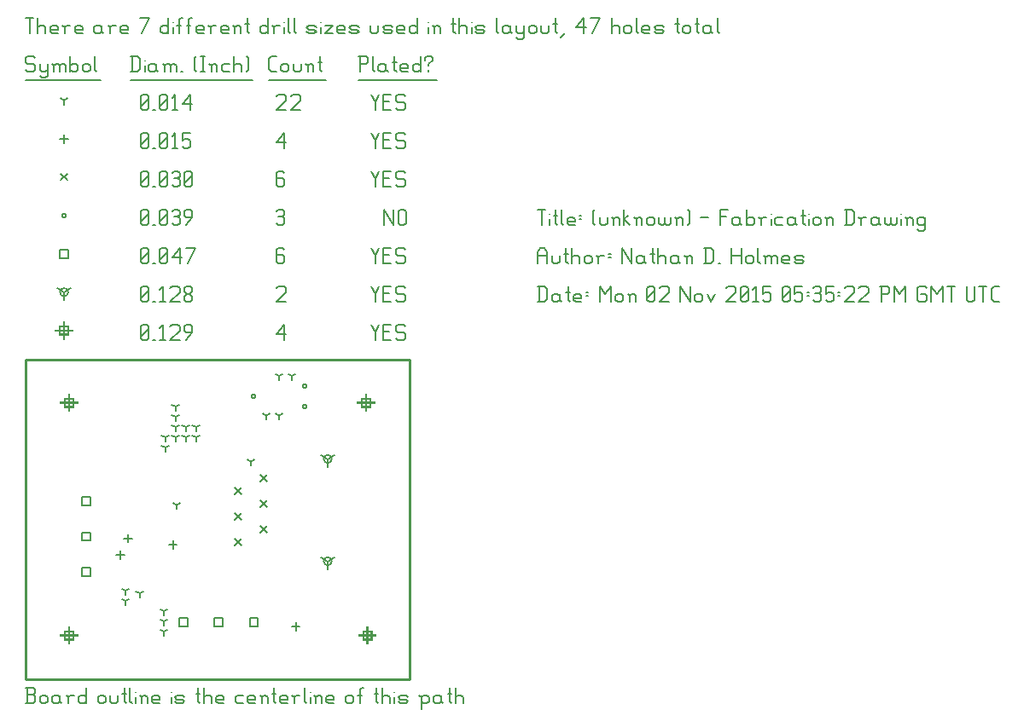
<source format=gbr>
G04 start of page 13 for group -3984 idx -3984 *
G04 Title: (unknown), fab *
G04 Creator: pcb 20140316 *
G04 CreationDate: Mon 02 Nov 2015 05:35:22 PM GMT UTC *
G04 For: ndholmes *
G04 Format: Gerber/RS-274X *
G04 PCB-Dimensions (mil): 1500.00 1250.00 *
G04 PCB-Coordinate-Origin: lower left *
%MOIN*%
%FSLAX25Y25*%
%LNFAB*%
%ADD98C,0.0100*%
%ADD97C,0.0075*%
%ADD96C,0.0060*%
%ADD95R,0.0080X0.0080*%
G54D95*X133000Y111200D02*Y104800D01*
X129800Y108000D02*X136200D01*
X131400Y109600D02*X134600D01*
X131400D02*Y106400D01*
X134600D01*
Y109600D02*Y106400D01*
X133500Y20200D02*Y13800D01*
X130300Y17000D02*X136700D01*
X131900Y18600D02*X135100D01*
X131900D02*Y15400D01*
X135100D01*
Y18600D02*Y15400D01*
X17000Y20200D02*Y13800D01*
X13800Y17000D02*X20200D01*
X15400Y18600D02*X18600D01*
X15400D02*Y15400D01*
X18600D01*
Y18600D02*Y15400D01*
X17000Y111200D02*Y104800D01*
X13800Y108000D02*X20200D01*
X15400Y109600D02*X18600D01*
X15400D02*Y106400D01*
X18600D01*
Y109600D02*Y106400D01*
X15000Y139450D02*Y133050D01*
X11800Y136250D02*X18200D01*
X13400Y137850D02*X16600D01*
X13400D02*Y134650D01*
X16600D01*
Y137850D02*Y134650D01*
G54D96*X135000Y138500D02*X136500Y135500D01*
X138000Y138500D01*
X136500Y135500D02*Y132500D01*
X139800Y135800D02*X142050D01*
X139800Y132500D02*X142800D01*
X139800Y138500D02*Y132500D01*
Y138500D02*X142800D01*
X147600D02*X148350Y137750D01*
X145350Y138500D02*X147600D01*
X144600Y137750D02*X145350Y138500D01*
X144600Y137750D02*Y136250D01*
X145350Y135500D01*
X147600D01*
X148350Y134750D01*
Y133250D01*
X147600Y132500D02*X148350Y133250D01*
X145350Y132500D02*X147600D01*
X144600Y133250D02*X145350Y132500D01*
X98000Y134750D02*X101000Y138500D01*
X98000Y134750D02*X101750D01*
X101000Y138500D02*Y132500D01*
X45000Y133250D02*X45750Y132500D01*
X45000Y137750D02*Y133250D01*
Y137750D02*X45750Y138500D01*
X47250D01*
X48000Y137750D01*
Y133250D01*
X47250Y132500D02*X48000Y133250D01*
X45750Y132500D02*X47250D01*
X45000Y134000D02*X48000Y137000D01*
X49800Y132500D02*X50550D01*
X52350Y137300D02*X53550Y138500D01*
Y132500D01*
X52350D02*X54600D01*
X56400Y137750D02*X57150Y138500D01*
X59400D01*
X60150Y137750D01*
Y136250D01*
X56400Y132500D02*X60150Y136250D01*
X56400Y132500D02*X60150D01*
X62700D02*X64950Y135500D01*
Y137750D02*Y135500D01*
X64200Y138500D02*X64950Y137750D01*
X62700Y138500D02*X64200D01*
X61950Y137750D02*X62700Y138500D01*
X61950Y137750D02*Y136250D01*
X62700Y135500D01*
X64950D01*
X118000Y46000D02*Y42800D01*
Y46000D02*X120773Y47600D01*
X118000Y46000D02*X115227Y47600D01*
X116400Y46000D02*G75*G03X119600Y46000I1600J0D01*G01*
G75*G03X116400Y46000I-1600J0D01*G01*
X118000Y86000D02*Y82800D01*
Y86000D02*X120773Y87600D01*
X118000Y86000D02*X115227Y87600D01*
X116400Y86000D02*G75*G03X119600Y86000I1600J0D01*G01*
G75*G03X116400Y86000I-1600J0D01*G01*
X15000Y151250D02*Y148050D01*
Y151250D02*X17773Y152850D01*
X15000Y151250D02*X12227Y152850D01*
X13400Y151250D02*G75*G03X16600Y151250I1600J0D01*G01*
G75*G03X13400Y151250I-1600J0D01*G01*
X135000Y153500D02*X136500Y150500D01*
X138000Y153500D01*
X136500Y150500D02*Y147500D01*
X139800Y150800D02*X142050D01*
X139800Y147500D02*X142800D01*
X139800Y153500D02*Y147500D01*
Y153500D02*X142800D01*
X147600D02*X148350Y152750D01*
X145350Y153500D02*X147600D01*
X144600Y152750D02*X145350Y153500D01*
X144600Y152750D02*Y151250D01*
X145350Y150500D01*
X147600D01*
X148350Y149750D01*
Y148250D01*
X147600Y147500D02*X148350Y148250D01*
X145350Y147500D02*X147600D01*
X144600Y148250D02*X145350Y147500D01*
X98000Y152750D02*X98750Y153500D01*
X101000D01*
X101750Y152750D01*
Y151250D01*
X98000Y147500D02*X101750Y151250D01*
X98000Y147500D02*X101750D01*
X45000Y148250D02*X45750Y147500D01*
X45000Y152750D02*Y148250D01*
Y152750D02*X45750Y153500D01*
X47250D01*
X48000Y152750D01*
Y148250D01*
X47250Y147500D02*X48000Y148250D01*
X45750Y147500D02*X47250D01*
X45000Y149000D02*X48000Y152000D01*
X49800Y147500D02*X50550D01*
X52350Y152300D02*X53550Y153500D01*
Y147500D01*
X52350D02*X54600D01*
X56400Y152750D02*X57150Y153500D01*
X59400D01*
X60150Y152750D01*
Y151250D01*
X56400Y147500D02*X60150Y151250D01*
X56400Y147500D02*X60150D01*
X61950Y148250D02*X62700Y147500D01*
X61950Y149450D02*Y148250D01*
Y149450D02*X63000Y150500D01*
X63900D01*
X64950Y149450D01*
Y148250D01*
X64200Y147500D02*X64950Y148250D01*
X62700Y147500D02*X64200D01*
X61950Y151550D02*X63000Y150500D01*
X61950Y152750D02*Y151550D01*
Y152750D02*X62700Y153500D01*
X64200D01*
X64950Y152750D01*
Y151550D01*
X63900Y150500D02*X64950Y151550D01*
X22073Y71045D02*X25273D01*
X22073D02*Y67845D01*
X25273D01*
Y71045D02*Y67845D01*
X22073Y57265D02*X25273D01*
X22073D02*Y54065D01*
X25273D01*
Y57265D02*Y54065D01*
X22073Y43486D02*X25273D01*
X22073D02*Y40286D01*
X25273D01*
Y43486D02*Y40286D01*
X59955Y23773D02*X63155D01*
X59955D02*Y20573D01*
X63155D01*
Y23773D02*Y20573D01*
X73735Y23773D02*X76935D01*
X73735D02*Y20573D01*
X76935D01*
Y23773D02*Y20573D01*
X87514Y23773D02*X90714D01*
X87514D02*Y20573D01*
X90714D01*
Y23773D02*Y20573D01*
X13400Y167850D02*X16600D01*
X13400D02*Y164650D01*
X16600D01*
Y167850D02*Y164650D01*
X135000Y168500D02*X136500Y165500D01*
X138000Y168500D01*
X136500Y165500D02*Y162500D01*
X139800Y165800D02*X142050D01*
X139800Y162500D02*X142800D01*
X139800Y168500D02*Y162500D01*
Y168500D02*X142800D01*
X147600D02*X148350Y167750D01*
X145350Y168500D02*X147600D01*
X144600Y167750D02*X145350Y168500D01*
X144600Y167750D02*Y166250D01*
X145350Y165500D01*
X147600D01*
X148350Y164750D01*
Y163250D01*
X147600Y162500D02*X148350Y163250D01*
X145350Y162500D02*X147600D01*
X144600Y163250D02*X145350Y162500D01*
X100250Y168500D02*X101000Y167750D01*
X98750Y168500D02*X100250D01*
X98000Y167750D02*X98750Y168500D01*
X98000Y167750D02*Y163250D01*
X98750Y162500D01*
X100250Y165800D02*X101000Y165050D01*
X98000Y165800D02*X100250D01*
X98750Y162500D02*X100250D01*
X101000Y163250D01*
Y165050D02*Y163250D01*
X45000D02*X45750Y162500D01*
X45000Y167750D02*Y163250D01*
Y167750D02*X45750Y168500D01*
X47250D01*
X48000Y167750D01*
Y163250D01*
X47250Y162500D02*X48000Y163250D01*
X45750Y162500D02*X47250D01*
X45000Y164000D02*X48000Y167000D01*
X49800Y162500D02*X50550D01*
X52350Y163250D02*X53100Y162500D01*
X52350Y167750D02*Y163250D01*
Y167750D02*X53100Y168500D01*
X54600D01*
X55350Y167750D01*
Y163250D01*
X54600Y162500D02*X55350Y163250D01*
X53100Y162500D02*X54600D01*
X52350Y164000D02*X55350Y167000D01*
X57150Y164750D02*X60150Y168500D01*
X57150Y164750D02*X60900D01*
X60150Y168500D02*Y162500D01*
X63450D02*X66450Y168500D01*
X62700D02*X66450D01*
X88200Y110500D02*G75*G03X89800Y110500I800J0D01*G01*
G75*G03X88200Y110500I-800J0D01*G01*
X108200Y114500D02*G75*G03X109800Y114500I800J0D01*G01*
G75*G03X108200Y114500I-800J0D01*G01*
Y106500D02*G75*G03X109800Y106500I800J0D01*G01*
G75*G03X108200Y106500I-800J0D01*G01*
X14200Y181250D02*G75*G03X15800Y181250I800J0D01*G01*
G75*G03X14200Y181250I-800J0D01*G01*
X140000Y183500D02*Y177500D01*
Y183500D02*X143750Y177500D01*
Y183500D02*Y177500D01*
X145550Y182750D02*Y178250D01*
Y182750D02*X146300Y183500D01*
X147800D01*
X148550Y182750D01*
Y178250D01*
X147800Y177500D02*X148550Y178250D01*
X146300Y177500D02*X147800D01*
X145550Y178250D02*X146300Y177500D01*
X98000Y182750D02*X98750Y183500D01*
X100250D01*
X101000Y182750D01*
X100250Y177500D02*X101000Y178250D01*
X98750Y177500D02*X100250D01*
X98000Y178250D02*X98750Y177500D01*
Y180800D02*X100250D01*
X101000Y182750D02*Y181550D01*
Y180050D02*Y178250D01*
Y180050D02*X100250Y180800D01*
X101000Y181550D02*X100250Y180800D01*
X45000Y178250D02*X45750Y177500D01*
X45000Y182750D02*Y178250D01*
Y182750D02*X45750Y183500D01*
X47250D01*
X48000Y182750D01*
Y178250D01*
X47250Y177500D02*X48000Y178250D01*
X45750Y177500D02*X47250D01*
X45000Y179000D02*X48000Y182000D01*
X49800Y177500D02*X50550D01*
X52350Y178250D02*X53100Y177500D01*
X52350Y182750D02*Y178250D01*
Y182750D02*X53100Y183500D01*
X54600D01*
X55350Y182750D01*
Y178250D01*
X54600Y177500D02*X55350Y178250D01*
X53100Y177500D02*X54600D01*
X52350Y179000D02*X55350Y182000D01*
X57150Y182750D02*X57900Y183500D01*
X59400D01*
X60150Y182750D01*
X59400Y177500D02*X60150Y178250D01*
X57900Y177500D02*X59400D01*
X57150Y178250D02*X57900Y177500D01*
Y180800D02*X59400D01*
X60150Y182750D02*Y181550D01*
Y180050D02*Y178250D01*
Y180050D02*X59400Y180800D01*
X60150Y181550D02*X59400Y180800D01*
X62700Y177500D02*X64950Y180500D01*
Y182750D02*Y180500D01*
X64200Y183500D02*X64950Y182750D01*
X62700Y183500D02*X64200D01*
X61950Y182750D02*X62700Y183500D01*
X61950Y182750D02*Y181250D01*
X62700Y180500D01*
X64950D01*
X81800Y54700D02*X84200Y52300D01*
X81800D02*X84200Y54700D01*
X91800Y59700D02*X94200Y57300D01*
X91800D02*X94200Y59700D01*
X81800Y64700D02*X84200Y62300D01*
X81800D02*X84200Y64700D01*
X91800Y69700D02*X94200Y67300D01*
X91800D02*X94200Y69700D01*
X81800Y74700D02*X84200Y72300D01*
X81800D02*X84200Y74700D01*
X91800Y79700D02*X94200Y77300D01*
X91800D02*X94200Y79700D01*
X13800Y197450D02*X16200Y195050D01*
X13800D02*X16200Y197450D01*
X135000Y198500D02*X136500Y195500D01*
X138000Y198500D01*
X136500Y195500D02*Y192500D01*
X139800Y195800D02*X142050D01*
X139800Y192500D02*X142800D01*
X139800Y198500D02*Y192500D01*
Y198500D02*X142800D01*
X147600D02*X148350Y197750D01*
X145350Y198500D02*X147600D01*
X144600Y197750D02*X145350Y198500D01*
X144600Y197750D02*Y196250D01*
X145350Y195500D01*
X147600D01*
X148350Y194750D01*
Y193250D01*
X147600Y192500D02*X148350Y193250D01*
X145350Y192500D02*X147600D01*
X144600Y193250D02*X145350Y192500D01*
X100250Y198500D02*X101000Y197750D01*
X98750Y198500D02*X100250D01*
X98000Y197750D02*X98750Y198500D01*
X98000Y197750D02*Y193250D01*
X98750Y192500D01*
X100250Y195800D02*X101000Y195050D01*
X98000Y195800D02*X100250D01*
X98750Y192500D02*X100250D01*
X101000Y193250D01*
Y195050D02*Y193250D01*
X45000D02*X45750Y192500D01*
X45000Y197750D02*Y193250D01*
Y197750D02*X45750Y198500D01*
X47250D01*
X48000Y197750D01*
Y193250D01*
X47250Y192500D02*X48000Y193250D01*
X45750Y192500D02*X47250D01*
X45000Y194000D02*X48000Y197000D01*
X49800Y192500D02*X50550D01*
X52350Y193250D02*X53100Y192500D01*
X52350Y197750D02*Y193250D01*
Y197750D02*X53100Y198500D01*
X54600D01*
X55350Y197750D01*
Y193250D01*
X54600Y192500D02*X55350Y193250D01*
X53100Y192500D02*X54600D01*
X52350Y194000D02*X55350Y197000D01*
X57150Y197750D02*X57900Y198500D01*
X59400D01*
X60150Y197750D01*
X59400Y192500D02*X60150Y193250D01*
X57900Y192500D02*X59400D01*
X57150Y193250D02*X57900Y192500D01*
Y195800D02*X59400D01*
X60150Y197750D02*Y196550D01*
Y195050D02*Y193250D01*
Y195050D02*X59400Y195800D01*
X60150Y196550D02*X59400Y195800D01*
X61950Y193250D02*X62700Y192500D01*
X61950Y197750D02*Y193250D01*
Y197750D02*X62700Y198500D01*
X64200D01*
X64950Y197750D01*
Y193250D01*
X64200Y192500D02*X64950Y193250D01*
X62700Y192500D02*X64200D01*
X61950Y194000D02*X64950Y197000D01*
X37000Y50100D02*Y46900D01*
X35400Y48500D02*X38600D01*
X40000Y56600D02*Y53400D01*
X38400Y55000D02*X41600D01*
X57500Y54100D02*Y50900D01*
X55900Y52500D02*X59100D01*
X105500Y22100D02*Y18900D01*
X103900Y20500D02*X107100D01*
X15000Y212850D02*Y209650D01*
X13400Y211250D02*X16600D01*
X135000Y213500D02*X136500Y210500D01*
X138000Y213500D01*
X136500Y210500D02*Y207500D01*
X139800Y210800D02*X142050D01*
X139800Y207500D02*X142800D01*
X139800Y213500D02*Y207500D01*
Y213500D02*X142800D01*
X147600D02*X148350Y212750D01*
X145350Y213500D02*X147600D01*
X144600Y212750D02*X145350Y213500D01*
X144600Y212750D02*Y211250D01*
X145350Y210500D01*
X147600D01*
X148350Y209750D01*
Y208250D01*
X147600Y207500D02*X148350Y208250D01*
X145350Y207500D02*X147600D01*
X144600Y208250D02*X145350Y207500D01*
X98000Y209750D02*X101000Y213500D01*
X98000Y209750D02*X101750D01*
X101000Y213500D02*Y207500D01*
X45000Y208250D02*X45750Y207500D01*
X45000Y212750D02*Y208250D01*
Y212750D02*X45750Y213500D01*
X47250D01*
X48000Y212750D01*
Y208250D01*
X47250Y207500D02*X48000Y208250D01*
X45750Y207500D02*X47250D01*
X45000Y209000D02*X48000Y212000D01*
X49800Y207500D02*X50550D01*
X52350Y208250D02*X53100Y207500D01*
X52350Y212750D02*Y208250D01*
Y212750D02*X53100Y213500D01*
X54600D01*
X55350Y212750D01*
Y208250D01*
X54600Y207500D02*X55350Y208250D01*
X53100Y207500D02*X54600D01*
X52350Y209000D02*X55350Y212000D01*
X57150Y212300D02*X58350Y213500D01*
Y207500D01*
X57150D02*X59400D01*
X61200Y213500D02*X64200D01*
X61200D02*Y210500D01*
X61950Y211250D01*
X63450D01*
X64200Y210500D01*
Y208250D01*
X63450Y207500D02*X64200Y208250D01*
X61950Y207500D02*X63450D01*
X61200Y208250D02*X61950Y207500D01*
X104000Y118500D02*Y116900D01*
Y118500D02*X105387Y119300D01*
X104000Y118500D02*X102613Y119300D01*
X54000Y18500D02*Y16900D01*
Y18500D02*X55387Y19300D01*
X54000Y18500D02*X52613Y19300D01*
X99000Y103000D02*Y101400D01*
Y103000D02*X100387Y103800D01*
X99000Y103000D02*X97613Y103800D01*
X58500Y106500D02*Y104900D01*
Y106500D02*X59887Y107300D01*
X58500Y106500D02*X57113Y107300D01*
X58500Y102500D02*Y100900D01*
Y102500D02*X59887Y103300D01*
X58500Y102500D02*X57113Y103300D01*
X58500Y98500D02*Y96900D01*
Y98500D02*X59887Y99300D01*
X58500Y98500D02*X57113Y99300D01*
X62500Y98500D02*Y96900D01*
Y98500D02*X63887Y99300D01*
X62500Y98500D02*X61113Y99300D01*
X66500Y98500D02*Y96900D01*
Y98500D02*X67887Y99300D01*
X66500Y98500D02*X65113Y99300D01*
X66500Y94500D02*Y92900D01*
Y94500D02*X67887Y95300D01*
X66500Y94500D02*X65113Y95300D01*
X62500Y94500D02*Y92900D01*
Y94500D02*X63887Y95300D01*
X62500Y94500D02*X61113Y95300D01*
X58500Y94500D02*Y92900D01*
Y94500D02*X59887Y95300D01*
X58500Y94500D02*X57113Y95300D01*
X54500Y94500D02*Y92900D01*
Y94500D02*X55887Y95300D01*
X54500Y94500D02*X53113Y95300D01*
X54500Y90500D02*Y88900D01*
Y90500D02*X55887Y91300D01*
X54500Y90500D02*X53113Y91300D01*
X94000Y103000D02*Y101400D01*
Y103000D02*X95387Y103800D01*
X94000Y103000D02*X92613Y103800D01*
X99000Y118500D02*Y116900D01*
Y118500D02*X100387Y119300D01*
X99000Y118500D02*X97613Y119300D01*
X88000Y85000D02*Y83400D01*
Y85000D02*X89387Y85800D01*
X88000Y85000D02*X86613Y85800D01*
X39000Y34500D02*Y32900D01*
Y34500D02*X40387Y35300D01*
X39000Y34500D02*X37613Y35300D01*
X54000Y22500D02*Y20900D01*
Y22500D02*X55387Y23300D01*
X54000Y22500D02*X52613Y23300D01*
X54000Y26500D02*Y24900D01*
Y26500D02*X55387Y27300D01*
X54000Y26500D02*X52613Y27300D01*
X44500Y33500D02*Y31900D01*
Y33500D02*X45887Y34300D01*
X44500Y33500D02*X43113Y34300D01*
X59000Y68000D02*Y66400D01*
Y68000D02*X60387Y68800D01*
X59000Y68000D02*X57613Y68800D01*
X39000Y30500D02*Y28900D01*
Y30500D02*X40387Y31300D01*
X39000Y30500D02*X37613Y31300D01*
X15000Y226250D02*Y224650D01*
Y226250D02*X16387Y227050D01*
X15000Y226250D02*X13613Y227050D01*
X135000Y228500D02*X136500Y225500D01*
X138000Y228500D01*
X136500Y225500D02*Y222500D01*
X139800Y225800D02*X142050D01*
X139800Y222500D02*X142800D01*
X139800Y228500D02*Y222500D01*
Y228500D02*X142800D01*
X147600D02*X148350Y227750D01*
X145350Y228500D02*X147600D01*
X144600Y227750D02*X145350Y228500D01*
X144600Y227750D02*Y226250D01*
X145350Y225500D01*
X147600D01*
X148350Y224750D01*
Y223250D01*
X147600Y222500D02*X148350Y223250D01*
X145350Y222500D02*X147600D01*
X144600Y223250D02*X145350Y222500D01*
X98000Y227750D02*X98750Y228500D01*
X101000D01*
X101750Y227750D01*
Y226250D01*
X98000Y222500D02*X101750Y226250D01*
X98000Y222500D02*X101750D01*
X103550Y227750D02*X104300Y228500D01*
X106550D01*
X107300Y227750D01*
Y226250D01*
X103550Y222500D02*X107300Y226250D01*
X103550Y222500D02*X107300D01*
X45000Y223250D02*X45750Y222500D01*
X45000Y227750D02*Y223250D01*
Y227750D02*X45750Y228500D01*
X47250D01*
X48000Y227750D01*
Y223250D01*
X47250Y222500D02*X48000Y223250D01*
X45750Y222500D02*X47250D01*
X45000Y224000D02*X48000Y227000D01*
X49800Y222500D02*X50550D01*
X52350Y223250D02*X53100Y222500D01*
X52350Y227750D02*Y223250D01*
Y227750D02*X53100Y228500D01*
X54600D01*
X55350Y227750D01*
Y223250D01*
X54600Y222500D02*X55350Y223250D01*
X53100Y222500D02*X54600D01*
X52350Y224000D02*X55350Y227000D01*
X57150Y227300D02*X58350Y228500D01*
Y222500D01*
X57150D02*X59400D01*
X61200Y224750D02*X64200Y228500D01*
X61200Y224750D02*X64950D01*
X64200Y228500D02*Y222500D01*
X3000Y243500D02*X3750Y242750D01*
X750Y243500D02*X3000D01*
X0Y242750D02*X750Y243500D01*
X0Y242750D02*Y241250D01*
X750Y240500D01*
X3000D01*
X3750Y239750D01*
Y238250D01*
X3000Y237500D02*X3750Y238250D01*
X750Y237500D02*X3000D01*
X0Y238250D02*X750Y237500D01*
X5550Y240500D02*Y238250D01*
X6300Y237500D01*
X8550Y240500D02*Y236000D01*
X7800Y235250D02*X8550Y236000D01*
X6300Y235250D02*X7800D01*
X5550Y236000D02*X6300Y235250D01*
Y237500D02*X7800D01*
X8550Y238250D01*
X11100Y239750D02*Y237500D01*
Y239750D02*X11850Y240500D01*
X12600D01*
X13350Y239750D01*
Y237500D01*
Y239750D02*X14100Y240500D01*
X14850D01*
X15600Y239750D01*
Y237500D01*
X10350Y240500D02*X11100Y239750D01*
X17400Y243500D02*Y237500D01*
Y238250D02*X18150Y237500D01*
X19650D01*
X20400Y238250D01*
Y239750D02*Y238250D01*
X19650Y240500D02*X20400Y239750D01*
X18150Y240500D02*X19650D01*
X17400Y239750D02*X18150Y240500D01*
X22200Y239750D02*Y238250D01*
Y239750D02*X22950Y240500D01*
X24450D01*
X25200Y239750D01*
Y238250D01*
X24450Y237500D02*X25200Y238250D01*
X22950Y237500D02*X24450D01*
X22200Y238250D02*X22950Y237500D01*
X27000Y243500D02*Y238250D01*
X27750Y237500D01*
X0Y234250D02*X29250D01*
X41750Y243500D02*Y237500D01*
X43700Y243500D02*X44750Y242450D01*
Y238550D01*
X43700Y237500D02*X44750Y238550D01*
X41000Y237500D02*X43700D01*
X41000Y243500D02*X43700D01*
G54D97*X46550Y242000D02*Y241850D01*
G54D96*Y239750D02*Y237500D01*
X50300Y240500D02*X51050Y239750D01*
X48800Y240500D02*X50300D01*
X48050Y239750D02*X48800Y240500D01*
X48050Y239750D02*Y238250D01*
X48800Y237500D01*
X51050Y240500D02*Y238250D01*
X51800Y237500D01*
X48800D02*X50300D01*
X51050Y238250D01*
X54350Y239750D02*Y237500D01*
Y239750D02*X55100Y240500D01*
X55850D01*
X56600Y239750D01*
Y237500D01*
Y239750D02*X57350Y240500D01*
X58100D01*
X58850Y239750D01*
Y237500D01*
X53600Y240500D02*X54350Y239750D01*
X60650Y237500D02*X61400D01*
X65900Y238250D02*X66650Y237500D01*
X65900Y242750D02*X66650Y243500D01*
X65900Y242750D02*Y238250D01*
X68450Y243500D02*X69950D01*
X69200D02*Y237500D01*
X68450D02*X69950D01*
X72500Y239750D02*Y237500D01*
Y239750D02*X73250Y240500D01*
X74000D01*
X74750Y239750D01*
Y237500D01*
X71750Y240500D02*X72500Y239750D01*
X77300Y240500D02*X79550D01*
X76550Y239750D02*X77300Y240500D01*
X76550Y239750D02*Y238250D01*
X77300Y237500D01*
X79550D01*
X81350Y243500D02*Y237500D01*
Y239750D02*X82100Y240500D01*
X83600D01*
X84350Y239750D01*
Y237500D01*
X86150Y243500D02*X86900Y242750D01*
Y238250D01*
X86150Y237500D02*X86900Y238250D01*
X41000Y234250D02*X88700D01*
X96050Y237500D02*X98000D01*
X95000Y238550D02*X96050Y237500D01*
X95000Y242450D02*Y238550D01*
Y242450D02*X96050Y243500D01*
X98000D01*
X99800Y239750D02*Y238250D01*
Y239750D02*X100550Y240500D01*
X102050D01*
X102800Y239750D01*
Y238250D01*
X102050Y237500D02*X102800Y238250D01*
X100550Y237500D02*X102050D01*
X99800Y238250D02*X100550Y237500D01*
X104600Y240500D02*Y238250D01*
X105350Y237500D01*
X106850D01*
X107600Y238250D01*
Y240500D02*Y238250D01*
X110150Y239750D02*Y237500D01*
Y239750D02*X110900Y240500D01*
X111650D01*
X112400Y239750D01*
Y237500D01*
X109400Y240500D02*X110150Y239750D01*
X114950Y243500D02*Y238250D01*
X115700Y237500D01*
X114200Y241250D02*X115700D01*
X95000Y234250D02*X117200D01*
X130750Y243500D02*Y237500D01*
X130000Y243500D02*X133000D01*
X133750Y242750D01*
Y241250D01*
X133000Y240500D02*X133750Y241250D01*
X130750Y240500D02*X133000D01*
X135550Y243500D02*Y238250D01*
X136300Y237500D01*
X140050Y240500D02*X140800Y239750D01*
X138550Y240500D02*X140050D01*
X137800Y239750D02*X138550Y240500D01*
X137800Y239750D02*Y238250D01*
X138550Y237500D01*
X140800Y240500D02*Y238250D01*
X141550Y237500D01*
X138550D02*X140050D01*
X140800Y238250D01*
X144100Y243500D02*Y238250D01*
X144850Y237500D01*
X143350Y241250D02*X144850D01*
X147100Y237500D02*X149350D01*
X146350Y238250D02*X147100Y237500D01*
X146350Y239750D02*Y238250D01*
Y239750D02*X147100Y240500D01*
X148600D01*
X149350Y239750D01*
X146350Y239000D02*X149350D01*
Y239750D02*Y239000D01*
X154150Y243500D02*Y237500D01*
X153400D02*X154150Y238250D01*
X151900Y237500D02*X153400D01*
X151150Y238250D02*X151900Y237500D01*
X151150Y239750D02*Y238250D01*
Y239750D02*X151900Y240500D01*
X153400D01*
X154150Y239750D01*
X157450Y240500D02*Y239750D01*
Y238250D02*Y237500D01*
X155950Y242750D02*Y242000D01*
Y242750D02*X156700Y243500D01*
X158200D01*
X158950Y242750D01*
Y242000D01*
X157450Y240500D02*X158950Y242000D01*
X130000Y234250D02*X160750D01*
X0Y258500D02*X3000D01*
X1500D02*Y252500D01*
X4800Y258500D02*Y252500D01*
Y254750D02*X5550Y255500D01*
X7050D01*
X7800Y254750D01*
Y252500D01*
X10350D02*X12600D01*
X9600Y253250D02*X10350Y252500D01*
X9600Y254750D02*Y253250D01*
Y254750D02*X10350Y255500D01*
X11850D01*
X12600Y254750D01*
X9600Y254000D02*X12600D01*
Y254750D02*Y254000D01*
X15150Y254750D02*Y252500D01*
Y254750D02*X15900Y255500D01*
X17400D01*
X14400D02*X15150Y254750D01*
X19950Y252500D02*X22200D01*
X19200Y253250D02*X19950Y252500D01*
X19200Y254750D02*Y253250D01*
Y254750D02*X19950Y255500D01*
X21450D01*
X22200Y254750D01*
X19200Y254000D02*X22200D01*
Y254750D02*Y254000D01*
X28950Y255500D02*X29700Y254750D01*
X27450Y255500D02*X28950D01*
X26700Y254750D02*X27450Y255500D01*
X26700Y254750D02*Y253250D01*
X27450Y252500D01*
X29700Y255500D02*Y253250D01*
X30450Y252500D01*
X27450D02*X28950D01*
X29700Y253250D01*
X33000Y254750D02*Y252500D01*
Y254750D02*X33750Y255500D01*
X35250D01*
X32250D02*X33000Y254750D01*
X37800Y252500D02*X40050D01*
X37050Y253250D02*X37800Y252500D01*
X37050Y254750D02*Y253250D01*
Y254750D02*X37800Y255500D01*
X39300D01*
X40050Y254750D01*
X37050Y254000D02*X40050D01*
Y254750D02*Y254000D01*
X45300Y252500D02*X48300Y258500D01*
X44550D02*X48300D01*
X55800D02*Y252500D01*
X55050D02*X55800Y253250D01*
X53550Y252500D02*X55050D01*
X52800Y253250D02*X53550Y252500D01*
X52800Y254750D02*Y253250D01*
Y254750D02*X53550Y255500D01*
X55050D01*
X55800Y254750D01*
G54D97*X57600Y257000D02*Y256850D01*
G54D96*Y254750D02*Y252500D01*
X59850Y257750D02*Y252500D01*
Y257750D02*X60600Y258500D01*
X61350D01*
X59100Y255500D02*X60600D01*
X63600Y257750D02*Y252500D01*
Y257750D02*X64350Y258500D01*
X65100D01*
X62850Y255500D02*X64350D01*
X67350Y252500D02*X69600D01*
X66600Y253250D02*X67350Y252500D01*
X66600Y254750D02*Y253250D01*
Y254750D02*X67350Y255500D01*
X68850D01*
X69600Y254750D01*
X66600Y254000D02*X69600D01*
Y254750D02*Y254000D01*
X72150Y254750D02*Y252500D01*
Y254750D02*X72900Y255500D01*
X74400D01*
X71400D02*X72150Y254750D01*
X76950Y252500D02*X79200D01*
X76200Y253250D02*X76950Y252500D01*
X76200Y254750D02*Y253250D01*
Y254750D02*X76950Y255500D01*
X78450D01*
X79200Y254750D01*
X76200Y254000D02*X79200D01*
Y254750D02*Y254000D01*
X81750Y254750D02*Y252500D01*
Y254750D02*X82500Y255500D01*
X83250D01*
X84000Y254750D01*
Y252500D01*
X81000Y255500D02*X81750Y254750D01*
X86550Y258500D02*Y253250D01*
X87300Y252500D01*
X85800Y256250D02*X87300D01*
X94500Y258500D02*Y252500D01*
X93750D02*X94500Y253250D01*
X92250Y252500D02*X93750D01*
X91500Y253250D02*X92250Y252500D01*
X91500Y254750D02*Y253250D01*
Y254750D02*X92250Y255500D01*
X93750D01*
X94500Y254750D01*
X97050D02*Y252500D01*
Y254750D02*X97800Y255500D01*
X99300D01*
X96300D02*X97050Y254750D01*
G54D97*X101100Y257000D02*Y256850D01*
G54D96*Y254750D02*Y252500D01*
X102600Y258500D02*Y253250D01*
X103350Y252500D01*
X104850Y258500D02*Y253250D01*
X105600Y252500D01*
X110550D02*X112800D01*
X113550Y253250D01*
X112800Y254000D02*X113550Y253250D01*
X110550Y254000D02*X112800D01*
X109800Y254750D02*X110550Y254000D01*
X109800Y254750D02*X110550Y255500D01*
X112800D01*
X113550Y254750D01*
X109800Y253250D02*X110550Y252500D01*
G54D97*X115350Y257000D02*Y256850D01*
G54D96*Y254750D02*Y252500D01*
X116850Y255500D02*X119850D01*
X116850Y252500D02*X119850Y255500D01*
X116850Y252500D02*X119850D01*
X122400D02*X124650D01*
X121650Y253250D02*X122400Y252500D01*
X121650Y254750D02*Y253250D01*
Y254750D02*X122400Y255500D01*
X123900D01*
X124650Y254750D01*
X121650Y254000D02*X124650D01*
Y254750D02*Y254000D01*
X127200Y252500D02*X129450D01*
X130200Y253250D01*
X129450Y254000D02*X130200Y253250D01*
X127200Y254000D02*X129450D01*
X126450Y254750D02*X127200Y254000D01*
X126450Y254750D02*X127200Y255500D01*
X129450D01*
X130200Y254750D01*
X126450Y253250D02*X127200Y252500D01*
X134700Y255500D02*Y253250D01*
X135450Y252500D01*
X136950D01*
X137700Y253250D01*
Y255500D02*Y253250D01*
X140250Y252500D02*X142500D01*
X143250Y253250D01*
X142500Y254000D02*X143250Y253250D01*
X140250Y254000D02*X142500D01*
X139500Y254750D02*X140250Y254000D01*
X139500Y254750D02*X140250Y255500D01*
X142500D01*
X143250Y254750D01*
X139500Y253250D02*X140250Y252500D01*
X145800D02*X148050D01*
X145050Y253250D02*X145800Y252500D01*
X145050Y254750D02*Y253250D01*
Y254750D02*X145800Y255500D01*
X147300D01*
X148050Y254750D01*
X145050Y254000D02*X148050D01*
Y254750D02*Y254000D01*
X152850Y258500D02*Y252500D01*
X152100D02*X152850Y253250D01*
X150600Y252500D02*X152100D01*
X149850Y253250D02*X150600Y252500D01*
X149850Y254750D02*Y253250D01*
Y254750D02*X150600Y255500D01*
X152100D01*
X152850Y254750D01*
G54D97*X157350Y257000D02*Y256850D01*
G54D96*Y254750D02*Y252500D01*
X159600Y254750D02*Y252500D01*
Y254750D02*X160350Y255500D01*
X161100D01*
X161850Y254750D01*
Y252500D01*
X158850Y255500D02*X159600Y254750D01*
X167100Y258500D02*Y253250D01*
X167850Y252500D01*
X166350Y256250D02*X167850D01*
X169350Y258500D02*Y252500D01*
Y254750D02*X170100Y255500D01*
X171600D01*
X172350Y254750D01*
Y252500D01*
G54D97*X174150Y257000D02*Y256850D01*
G54D96*Y254750D02*Y252500D01*
X176400D02*X178650D01*
X179400Y253250D01*
X178650Y254000D02*X179400Y253250D01*
X176400Y254000D02*X178650D01*
X175650Y254750D02*X176400Y254000D01*
X175650Y254750D02*X176400Y255500D01*
X178650D01*
X179400Y254750D01*
X175650Y253250D02*X176400Y252500D01*
X183900Y258500D02*Y253250D01*
X184650Y252500D01*
X188400Y255500D02*X189150Y254750D01*
X186900Y255500D02*X188400D01*
X186150Y254750D02*X186900Y255500D01*
X186150Y254750D02*Y253250D01*
X186900Y252500D01*
X189150Y255500D02*Y253250D01*
X189900Y252500D01*
X186900D02*X188400D01*
X189150Y253250D01*
X191700Y255500D02*Y253250D01*
X192450Y252500D01*
X194700Y255500D02*Y251000D01*
X193950Y250250D02*X194700Y251000D01*
X192450Y250250D02*X193950D01*
X191700Y251000D02*X192450Y250250D01*
Y252500D02*X193950D01*
X194700Y253250D01*
X196500Y254750D02*Y253250D01*
Y254750D02*X197250Y255500D01*
X198750D01*
X199500Y254750D01*
Y253250D01*
X198750Y252500D02*X199500Y253250D01*
X197250Y252500D02*X198750D01*
X196500Y253250D02*X197250Y252500D01*
X201300Y255500D02*Y253250D01*
X202050Y252500D01*
X203550D01*
X204300Y253250D01*
Y255500D02*Y253250D01*
X206850Y258500D02*Y253250D01*
X207600Y252500D01*
X206100Y256250D02*X207600D01*
X209100Y251000D02*X210600Y252500D01*
X215100Y254750D02*X218100Y258500D01*
X215100Y254750D02*X218850D01*
X218100Y258500D02*Y252500D01*
X221400D02*X224400Y258500D01*
X220650D02*X224400D01*
X228900D02*Y252500D01*
Y254750D02*X229650Y255500D01*
X231150D01*
X231900Y254750D01*
Y252500D01*
X233700Y254750D02*Y253250D01*
Y254750D02*X234450Y255500D01*
X235950D01*
X236700Y254750D01*
Y253250D01*
X235950Y252500D02*X236700Y253250D01*
X234450Y252500D02*X235950D01*
X233700Y253250D02*X234450Y252500D01*
X238500Y258500D02*Y253250D01*
X239250Y252500D01*
X241500D02*X243750D01*
X240750Y253250D02*X241500Y252500D01*
X240750Y254750D02*Y253250D01*
Y254750D02*X241500Y255500D01*
X243000D01*
X243750Y254750D01*
X240750Y254000D02*X243750D01*
Y254750D02*Y254000D01*
X246300Y252500D02*X248550D01*
X249300Y253250D01*
X248550Y254000D02*X249300Y253250D01*
X246300Y254000D02*X248550D01*
X245550Y254750D02*X246300Y254000D01*
X245550Y254750D02*X246300Y255500D01*
X248550D01*
X249300Y254750D01*
X245550Y253250D02*X246300Y252500D01*
X254550Y258500D02*Y253250D01*
X255300Y252500D01*
X253800Y256250D02*X255300D01*
X256800Y254750D02*Y253250D01*
Y254750D02*X257550Y255500D01*
X259050D01*
X259800Y254750D01*
Y253250D01*
X259050Y252500D02*X259800Y253250D01*
X257550Y252500D02*X259050D01*
X256800Y253250D02*X257550Y252500D01*
X262350Y258500D02*Y253250D01*
X263100Y252500D01*
X261600Y256250D02*X263100D01*
X266850Y255500D02*X267600Y254750D01*
X265350Y255500D02*X266850D01*
X264600Y254750D02*X265350Y255500D01*
X264600Y254750D02*Y253250D01*
X265350Y252500D01*
X267600Y255500D02*Y253250D01*
X268350Y252500D01*
X265350D02*X266850D01*
X267600Y253250D01*
X270150Y258500D02*Y253250D01*
X270900Y252500D01*
G54D98*X0Y0D02*X150000D01*
Y125000D01*
X0D01*
Y0D01*
G54D96*Y-9500D02*X3000D01*
X3750Y-8750D01*
Y-6950D02*Y-8750D01*
X3000Y-6200D02*X3750Y-6950D01*
X750Y-6200D02*X3000D01*
X750Y-3500D02*Y-9500D01*
X0Y-3500D02*X3000D01*
X3750Y-4250D01*
Y-5450D01*
X3000Y-6200D02*X3750Y-5450D01*
X5550Y-7250D02*Y-8750D01*
Y-7250D02*X6300Y-6500D01*
X7800D01*
X8550Y-7250D01*
Y-8750D01*
X7800Y-9500D02*X8550Y-8750D01*
X6300Y-9500D02*X7800D01*
X5550Y-8750D02*X6300Y-9500D01*
X12600Y-6500D02*X13350Y-7250D01*
X11100Y-6500D02*X12600D01*
X10350Y-7250D02*X11100Y-6500D01*
X10350Y-7250D02*Y-8750D01*
X11100Y-9500D01*
X13350Y-6500D02*Y-8750D01*
X14100Y-9500D01*
X11100D02*X12600D01*
X13350Y-8750D01*
X16650Y-7250D02*Y-9500D01*
Y-7250D02*X17400Y-6500D01*
X18900D01*
X15900D02*X16650Y-7250D01*
X23700Y-3500D02*Y-9500D01*
X22950D02*X23700Y-8750D01*
X21450Y-9500D02*X22950D01*
X20700Y-8750D02*X21450Y-9500D01*
X20700Y-7250D02*Y-8750D01*
Y-7250D02*X21450Y-6500D01*
X22950D01*
X23700Y-7250D01*
X28200D02*Y-8750D01*
Y-7250D02*X28950Y-6500D01*
X30450D01*
X31200Y-7250D01*
Y-8750D01*
X30450Y-9500D02*X31200Y-8750D01*
X28950Y-9500D02*X30450D01*
X28200Y-8750D02*X28950Y-9500D01*
X33000Y-6500D02*Y-8750D01*
X33750Y-9500D01*
X35250D01*
X36000Y-8750D01*
Y-6500D02*Y-8750D01*
X38550Y-3500D02*Y-8750D01*
X39300Y-9500D01*
X37800Y-5750D02*X39300D01*
X40800Y-3500D02*Y-8750D01*
X41550Y-9500D01*
G54D97*X43050Y-5000D02*Y-5150D01*
G54D96*Y-7250D02*Y-9500D01*
X45300Y-7250D02*Y-9500D01*
Y-7250D02*X46050Y-6500D01*
X46800D01*
X47550Y-7250D01*
Y-9500D01*
X44550Y-6500D02*X45300Y-7250D01*
X50100Y-9500D02*X52350D01*
X49350Y-8750D02*X50100Y-9500D01*
X49350Y-7250D02*Y-8750D01*
Y-7250D02*X50100Y-6500D01*
X51600D01*
X52350Y-7250D01*
X49350Y-8000D02*X52350D01*
Y-7250D02*Y-8000D01*
G54D97*X56850Y-5000D02*Y-5150D01*
G54D96*Y-7250D02*Y-9500D01*
X59100D02*X61350D01*
X62100Y-8750D01*
X61350Y-8000D02*X62100Y-8750D01*
X59100Y-8000D02*X61350D01*
X58350Y-7250D02*X59100Y-8000D01*
X58350Y-7250D02*X59100Y-6500D01*
X61350D01*
X62100Y-7250D01*
X58350Y-8750D02*X59100Y-9500D01*
X67350Y-3500D02*Y-8750D01*
X68100Y-9500D01*
X66600Y-5750D02*X68100D01*
X69600Y-3500D02*Y-9500D01*
Y-7250D02*X70350Y-6500D01*
X71850D01*
X72600Y-7250D01*
Y-9500D01*
X75150D02*X77400D01*
X74400Y-8750D02*X75150Y-9500D01*
X74400Y-7250D02*Y-8750D01*
Y-7250D02*X75150Y-6500D01*
X76650D01*
X77400Y-7250D01*
X74400Y-8000D02*X77400D01*
Y-7250D02*Y-8000D01*
X82650Y-6500D02*X84900D01*
X81900Y-7250D02*X82650Y-6500D01*
X81900Y-7250D02*Y-8750D01*
X82650Y-9500D01*
X84900D01*
X87450D02*X89700D01*
X86700Y-8750D02*X87450Y-9500D01*
X86700Y-7250D02*Y-8750D01*
Y-7250D02*X87450Y-6500D01*
X88950D01*
X89700Y-7250D01*
X86700Y-8000D02*X89700D01*
Y-7250D02*Y-8000D01*
X92250Y-7250D02*Y-9500D01*
Y-7250D02*X93000Y-6500D01*
X93750D01*
X94500Y-7250D01*
Y-9500D01*
X91500Y-6500D02*X92250Y-7250D01*
X97050Y-3500D02*Y-8750D01*
X97800Y-9500D01*
X96300Y-5750D02*X97800D01*
X100050Y-9500D02*X102300D01*
X99300Y-8750D02*X100050Y-9500D01*
X99300Y-7250D02*Y-8750D01*
Y-7250D02*X100050Y-6500D01*
X101550D01*
X102300Y-7250D01*
X99300Y-8000D02*X102300D01*
Y-7250D02*Y-8000D01*
X104850Y-7250D02*Y-9500D01*
Y-7250D02*X105600Y-6500D01*
X107100D01*
X104100D02*X104850Y-7250D01*
X108900Y-3500D02*Y-8750D01*
X109650Y-9500D01*
G54D97*X111150Y-5000D02*Y-5150D01*
G54D96*Y-7250D02*Y-9500D01*
X113400Y-7250D02*Y-9500D01*
Y-7250D02*X114150Y-6500D01*
X114900D01*
X115650Y-7250D01*
Y-9500D01*
X112650Y-6500D02*X113400Y-7250D01*
X118200Y-9500D02*X120450D01*
X117450Y-8750D02*X118200Y-9500D01*
X117450Y-7250D02*Y-8750D01*
Y-7250D02*X118200Y-6500D01*
X119700D01*
X120450Y-7250D01*
X117450Y-8000D02*X120450D01*
Y-7250D02*Y-8000D01*
X124950Y-7250D02*Y-8750D01*
Y-7250D02*X125700Y-6500D01*
X127200D01*
X127950Y-7250D01*
Y-8750D01*
X127200Y-9500D02*X127950Y-8750D01*
X125700Y-9500D02*X127200D01*
X124950Y-8750D02*X125700Y-9500D01*
X130500Y-4250D02*Y-9500D01*
Y-4250D02*X131250Y-3500D01*
X132000D01*
X129750Y-6500D02*X131250D01*
X136950Y-3500D02*Y-8750D01*
X137700Y-9500D01*
X136200Y-5750D02*X137700D01*
X139200Y-3500D02*Y-9500D01*
Y-7250D02*X139950Y-6500D01*
X141450D01*
X142200Y-7250D01*
Y-9500D01*
G54D97*X144000Y-5000D02*Y-5150D01*
G54D96*Y-7250D02*Y-9500D01*
X146250D02*X148500D01*
X149250Y-8750D01*
X148500Y-8000D02*X149250Y-8750D01*
X146250Y-8000D02*X148500D01*
X145500Y-7250D02*X146250Y-8000D01*
X145500Y-7250D02*X146250Y-6500D01*
X148500D01*
X149250Y-7250D01*
X145500Y-8750D02*X146250Y-9500D01*
X154500Y-7250D02*Y-11750D01*
X153750Y-6500D02*X154500Y-7250D01*
X155250Y-6500D01*
X156750D01*
X157500Y-7250D01*
Y-8750D01*
X156750Y-9500D02*X157500Y-8750D01*
X155250Y-9500D02*X156750D01*
X154500Y-8750D02*X155250Y-9500D01*
X161550Y-6500D02*X162300Y-7250D01*
X160050Y-6500D02*X161550D01*
X159300Y-7250D02*X160050Y-6500D01*
X159300Y-7250D02*Y-8750D01*
X160050Y-9500D01*
X162300Y-6500D02*Y-8750D01*
X163050Y-9500D01*
X160050D02*X161550D01*
X162300Y-8750D01*
X165600Y-3500D02*Y-8750D01*
X166350Y-9500D01*
X164850Y-5750D02*X166350D01*
X167850Y-3500D02*Y-9500D01*
Y-7250D02*X168600Y-6500D01*
X170100D01*
X170850Y-7250D01*
Y-9500D01*
X200750Y153500D02*Y147500D01*
X202700Y153500D02*X203750Y152450D01*
Y148550D01*
X202700Y147500D02*X203750Y148550D01*
X200000Y147500D02*X202700D01*
X200000Y153500D02*X202700D01*
X207800Y150500D02*X208550Y149750D01*
X206300Y150500D02*X207800D01*
X205550Y149750D02*X206300Y150500D01*
X205550Y149750D02*Y148250D01*
X206300Y147500D01*
X208550Y150500D02*Y148250D01*
X209300Y147500D01*
X206300D02*X207800D01*
X208550Y148250D01*
X211850Y153500D02*Y148250D01*
X212600Y147500D01*
X211100Y151250D02*X212600D01*
X214850Y147500D02*X217100D01*
X214100Y148250D02*X214850Y147500D01*
X214100Y149750D02*Y148250D01*
Y149750D02*X214850Y150500D01*
X216350D01*
X217100Y149750D01*
X214100Y149000D02*X217100D01*
Y149750D02*Y149000D01*
X218900Y151250D02*X219650D01*
X218900Y149750D02*X219650D01*
X224150Y153500D02*Y147500D01*
Y153500D02*X226400Y150500D01*
X228650Y153500D01*
Y147500D01*
X230450Y149750D02*Y148250D01*
Y149750D02*X231200Y150500D01*
X232700D01*
X233450Y149750D01*
Y148250D01*
X232700Y147500D02*X233450Y148250D01*
X231200Y147500D02*X232700D01*
X230450Y148250D02*X231200Y147500D01*
X236000Y149750D02*Y147500D01*
Y149750D02*X236750Y150500D01*
X237500D01*
X238250Y149750D01*
Y147500D01*
X235250Y150500D02*X236000Y149750D01*
X242750Y148250D02*X243500Y147500D01*
X242750Y152750D02*Y148250D01*
Y152750D02*X243500Y153500D01*
X245000D01*
X245750Y152750D01*
Y148250D01*
X245000Y147500D02*X245750Y148250D01*
X243500Y147500D02*X245000D01*
X242750Y149000D02*X245750Y152000D01*
X247550Y152750D02*X248300Y153500D01*
X250550D01*
X251300Y152750D01*
Y151250D01*
X247550Y147500D02*X251300Y151250D01*
X247550Y147500D02*X251300D01*
X255800Y153500D02*Y147500D01*
Y153500D02*X259550Y147500D01*
Y153500D02*Y147500D01*
X261350Y149750D02*Y148250D01*
Y149750D02*X262100Y150500D01*
X263600D01*
X264350Y149750D01*
Y148250D01*
X263600Y147500D02*X264350Y148250D01*
X262100Y147500D02*X263600D01*
X261350Y148250D02*X262100Y147500D01*
X266150Y150500D02*X267650Y147500D01*
X269150Y150500D02*X267650Y147500D01*
X273650Y152750D02*X274400Y153500D01*
X276650D01*
X277400Y152750D01*
Y151250D01*
X273650Y147500D02*X277400Y151250D01*
X273650Y147500D02*X277400D01*
X279200Y148250D02*X279950Y147500D01*
X279200Y152750D02*Y148250D01*
Y152750D02*X279950Y153500D01*
X281450D01*
X282200Y152750D01*
Y148250D01*
X281450Y147500D02*X282200Y148250D01*
X279950Y147500D02*X281450D01*
X279200Y149000D02*X282200Y152000D01*
X284000Y152300D02*X285200Y153500D01*
Y147500D01*
X284000D02*X286250D01*
X288050Y153500D02*X291050D01*
X288050D02*Y150500D01*
X288800Y151250D01*
X290300D01*
X291050Y150500D01*
Y148250D01*
X290300Y147500D02*X291050Y148250D01*
X288800Y147500D02*X290300D01*
X288050Y148250D02*X288800Y147500D01*
X295550Y148250D02*X296300Y147500D01*
X295550Y152750D02*Y148250D01*
Y152750D02*X296300Y153500D01*
X297800D01*
X298550Y152750D01*
Y148250D01*
X297800Y147500D02*X298550Y148250D01*
X296300Y147500D02*X297800D01*
X295550Y149000D02*X298550Y152000D01*
X300350Y153500D02*X303350D01*
X300350D02*Y150500D01*
X301100Y151250D01*
X302600D01*
X303350Y150500D01*
Y148250D01*
X302600Y147500D02*X303350Y148250D01*
X301100Y147500D02*X302600D01*
X300350Y148250D02*X301100Y147500D01*
X305150Y151250D02*X305900D01*
X305150Y149750D02*X305900D01*
X307700Y152750D02*X308450Y153500D01*
X309950D01*
X310700Y152750D01*
X309950Y147500D02*X310700Y148250D01*
X308450Y147500D02*X309950D01*
X307700Y148250D02*X308450Y147500D01*
Y150800D02*X309950D01*
X310700Y152750D02*Y151550D01*
Y150050D02*Y148250D01*
Y150050D02*X309950Y150800D01*
X310700Y151550D02*X309950Y150800D01*
X312500Y153500D02*X315500D01*
X312500D02*Y150500D01*
X313250Y151250D01*
X314750D01*
X315500Y150500D01*
Y148250D01*
X314750Y147500D02*X315500Y148250D01*
X313250Y147500D02*X314750D01*
X312500Y148250D02*X313250Y147500D01*
X317300Y151250D02*X318050D01*
X317300Y149750D02*X318050D01*
X319850Y152750D02*X320600Y153500D01*
X322850D01*
X323600Y152750D01*
Y151250D01*
X319850Y147500D02*X323600Y151250D01*
X319850Y147500D02*X323600D01*
X325400Y152750D02*X326150Y153500D01*
X328400D01*
X329150Y152750D01*
Y151250D01*
X325400Y147500D02*X329150Y151250D01*
X325400Y147500D02*X329150D01*
X334400Y153500D02*Y147500D01*
X333650Y153500D02*X336650D01*
X337400Y152750D01*
Y151250D01*
X336650Y150500D02*X337400Y151250D01*
X334400Y150500D02*X336650D01*
X339200Y153500D02*Y147500D01*
Y153500D02*X341450Y150500D01*
X343700Y153500D01*
Y147500D01*
X351200Y153500D02*X351950Y152750D01*
X348950Y153500D02*X351200D01*
X348200Y152750D02*X348950Y153500D01*
X348200Y152750D02*Y148250D01*
X348950Y147500D01*
X351200D01*
X351950Y148250D01*
Y149750D02*Y148250D01*
X351200Y150500D02*X351950Y149750D01*
X349700Y150500D02*X351200D01*
X353750Y153500D02*Y147500D01*
Y153500D02*X356000Y150500D01*
X358250Y153500D01*
Y147500D01*
X360050Y153500D02*X363050D01*
X361550D02*Y147500D01*
X367550Y153500D02*Y148250D01*
X368300Y147500D01*
X369800D01*
X370550Y148250D01*
Y153500D02*Y148250D01*
X372350Y153500D02*X375350D01*
X373850D02*Y147500D01*
X378200D02*X380150D01*
X377150Y148550D02*X378200Y147500D01*
X377150Y152450D02*Y148550D01*
Y152450D02*X378200Y153500D01*
X380150D01*
X200000Y167000D02*Y162500D01*
Y167000D02*X201050Y168500D01*
X202700D01*
X203750Y167000D01*
Y162500D01*
X200000Y165500D02*X203750D01*
X205550D02*Y163250D01*
X206300Y162500D01*
X207800D01*
X208550Y163250D01*
Y165500D02*Y163250D01*
X211100Y168500D02*Y163250D01*
X211850Y162500D01*
X210350Y166250D02*X211850D01*
X213350Y168500D02*Y162500D01*
Y164750D02*X214100Y165500D01*
X215600D01*
X216350Y164750D01*
Y162500D01*
X218150Y164750D02*Y163250D01*
Y164750D02*X218900Y165500D01*
X220400D01*
X221150Y164750D01*
Y163250D01*
X220400Y162500D02*X221150Y163250D01*
X218900Y162500D02*X220400D01*
X218150Y163250D02*X218900Y162500D01*
X223700Y164750D02*Y162500D01*
Y164750D02*X224450Y165500D01*
X225950D01*
X222950D02*X223700Y164750D01*
X227750Y166250D02*X228500D01*
X227750Y164750D02*X228500D01*
X233000Y168500D02*Y162500D01*
Y168500D02*X236750Y162500D01*
Y168500D02*Y162500D01*
X240800Y165500D02*X241550Y164750D01*
X239300Y165500D02*X240800D01*
X238550Y164750D02*X239300Y165500D01*
X238550Y164750D02*Y163250D01*
X239300Y162500D01*
X241550Y165500D02*Y163250D01*
X242300Y162500D01*
X239300D02*X240800D01*
X241550Y163250D01*
X244850Y168500D02*Y163250D01*
X245600Y162500D01*
X244100Y166250D02*X245600D01*
X247100Y168500D02*Y162500D01*
Y164750D02*X247850Y165500D01*
X249350D01*
X250100Y164750D01*
Y162500D01*
X254150Y165500D02*X254900Y164750D01*
X252650Y165500D02*X254150D01*
X251900Y164750D02*X252650Y165500D01*
X251900Y164750D02*Y163250D01*
X252650Y162500D01*
X254900Y165500D02*Y163250D01*
X255650Y162500D01*
X252650D02*X254150D01*
X254900Y163250D01*
X258200Y164750D02*Y162500D01*
Y164750D02*X258950Y165500D01*
X259700D01*
X260450Y164750D01*
Y162500D01*
X257450Y165500D02*X258200Y164750D01*
X265700Y168500D02*Y162500D01*
X267650Y168500D02*X268700Y167450D01*
Y163550D01*
X267650Y162500D02*X268700Y163550D01*
X264950Y162500D02*X267650D01*
X264950Y168500D02*X267650D01*
X270500Y162500D02*X271250D01*
X275750Y168500D02*Y162500D01*
X279500Y168500D02*Y162500D01*
X275750Y165500D02*X279500D01*
X281300Y164750D02*Y163250D01*
Y164750D02*X282050Y165500D01*
X283550D01*
X284300Y164750D01*
Y163250D01*
X283550Y162500D02*X284300Y163250D01*
X282050Y162500D02*X283550D01*
X281300Y163250D02*X282050Y162500D01*
X286100Y168500D02*Y163250D01*
X286850Y162500D01*
X289100Y164750D02*Y162500D01*
Y164750D02*X289850Y165500D01*
X290600D01*
X291350Y164750D01*
Y162500D01*
Y164750D02*X292100Y165500D01*
X292850D01*
X293600Y164750D01*
Y162500D01*
X288350Y165500D02*X289100Y164750D01*
X296150Y162500D02*X298400D01*
X295400Y163250D02*X296150Y162500D01*
X295400Y164750D02*Y163250D01*
Y164750D02*X296150Y165500D01*
X297650D01*
X298400Y164750D01*
X295400Y164000D02*X298400D01*
Y164750D02*Y164000D01*
X300950Y162500D02*X303200D01*
X303950Y163250D01*
X303200Y164000D02*X303950Y163250D01*
X300950Y164000D02*X303200D01*
X300200Y164750D02*X300950Y164000D01*
X300200Y164750D02*X300950Y165500D01*
X303200D01*
X303950Y164750D01*
X300200Y163250D02*X300950Y162500D01*
X200000Y183500D02*X203000D01*
X201500D02*Y177500D01*
G54D97*X204800Y182000D02*Y181850D01*
G54D96*Y179750D02*Y177500D01*
X207050Y183500D02*Y178250D01*
X207800Y177500D01*
X206300Y181250D02*X207800D01*
X209300Y183500D02*Y178250D01*
X210050Y177500D01*
X212300D02*X214550D01*
X211550Y178250D02*X212300Y177500D01*
X211550Y179750D02*Y178250D01*
Y179750D02*X212300Y180500D01*
X213800D01*
X214550Y179750D01*
X211550Y179000D02*X214550D01*
Y179750D02*Y179000D01*
X216350Y181250D02*X217100D01*
X216350Y179750D02*X217100D01*
X221600Y178250D02*X222350Y177500D01*
X221600Y182750D02*X222350Y183500D01*
X221600Y182750D02*Y178250D01*
X224150Y180500D02*Y178250D01*
X224900Y177500D01*
X226400D01*
X227150Y178250D01*
Y180500D02*Y178250D01*
X229700Y179750D02*Y177500D01*
Y179750D02*X230450Y180500D01*
X231200D01*
X231950Y179750D01*
Y177500D01*
X228950Y180500D02*X229700Y179750D01*
X233750Y183500D02*Y177500D01*
Y179750D02*X236000Y177500D01*
X233750Y179750D02*X235250Y181250D01*
X238550Y179750D02*Y177500D01*
Y179750D02*X239300Y180500D01*
X240050D01*
X240800Y179750D01*
Y177500D01*
X237800Y180500D02*X238550Y179750D01*
X242600D02*Y178250D01*
Y179750D02*X243350Y180500D01*
X244850D01*
X245600Y179750D01*
Y178250D01*
X244850Y177500D02*X245600Y178250D01*
X243350Y177500D02*X244850D01*
X242600Y178250D02*X243350Y177500D01*
X247400Y180500D02*Y178250D01*
X248150Y177500D01*
X248900D01*
X249650Y178250D01*
Y180500D02*Y178250D01*
X250400Y177500D01*
X251150D01*
X251900Y178250D01*
Y180500D02*Y178250D01*
X254450Y179750D02*Y177500D01*
Y179750D02*X255200Y180500D01*
X255950D01*
X256700Y179750D01*
Y177500D01*
X253700Y180500D02*X254450Y179750D01*
X258500Y183500D02*X259250Y182750D01*
Y178250D01*
X258500Y177500D02*X259250Y178250D01*
X263750Y180500D02*X266750D01*
X271250Y183500D02*Y177500D01*
Y183500D02*X274250D01*
X271250Y180800D02*X273500D01*
X278300Y180500D02*X279050Y179750D01*
X276800Y180500D02*X278300D01*
X276050Y179750D02*X276800Y180500D01*
X276050Y179750D02*Y178250D01*
X276800Y177500D01*
X279050Y180500D02*Y178250D01*
X279800Y177500D01*
X276800D02*X278300D01*
X279050Y178250D01*
X281600Y183500D02*Y177500D01*
Y178250D02*X282350Y177500D01*
X283850D01*
X284600Y178250D01*
Y179750D02*Y178250D01*
X283850Y180500D02*X284600Y179750D01*
X282350Y180500D02*X283850D01*
X281600Y179750D02*X282350Y180500D01*
X287150Y179750D02*Y177500D01*
Y179750D02*X287900Y180500D01*
X289400D01*
X286400D02*X287150Y179750D01*
G54D97*X291200Y182000D02*Y181850D01*
G54D96*Y179750D02*Y177500D01*
X293450Y180500D02*X295700D01*
X292700Y179750D02*X293450Y180500D01*
X292700Y179750D02*Y178250D01*
X293450Y177500D01*
X295700D01*
X299750Y180500D02*X300500Y179750D01*
X298250Y180500D02*X299750D01*
X297500Y179750D02*X298250Y180500D01*
X297500Y179750D02*Y178250D01*
X298250Y177500D01*
X300500Y180500D02*Y178250D01*
X301250Y177500D01*
X298250D02*X299750D01*
X300500Y178250D01*
X303800Y183500D02*Y178250D01*
X304550Y177500D01*
X303050Y181250D02*X304550D01*
G54D97*X306050Y182000D02*Y181850D01*
G54D96*Y179750D02*Y177500D01*
X307550Y179750D02*Y178250D01*
Y179750D02*X308300Y180500D01*
X309800D01*
X310550Y179750D01*
Y178250D01*
X309800Y177500D02*X310550Y178250D01*
X308300Y177500D02*X309800D01*
X307550Y178250D02*X308300Y177500D01*
X313100Y179750D02*Y177500D01*
Y179750D02*X313850Y180500D01*
X314600D01*
X315350Y179750D01*
Y177500D01*
X312350Y180500D02*X313100Y179750D01*
X320600Y183500D02*Y177500D01*
X322550Y183500D02*X323600Y182450D01*
Y178550D01*
X322550Y177500D02*X323600Y178550D01*
X319850Y177500D02*X322550D01*
X319850Y183500D02*X322550D01*
X326150Y179750D02*Y177500D01*
Y179750D02*X326900Y180500D01*
X328400D01*
X325400D02*X326150Y179750D01*
X332450Y180500D02*X333200Y179750D01*
X330950Y180500D02*X332450D01*
X330200Y179750D02*X330950Y180500D01*
X330200Y179750D02*Y178250D01*
X330950Y177500D01*
X333200Y180500D02*Y178250D01*
X333950Y177500D01*
X330950D02*X332450D01*
X333200Y178250D01*
X335750Y180500D02*Y178250D01*
X336500Y177500D01*
X337250D01*
X338000Y178250D01*
Y180500D02*Y178250D01*
X338750Y177500D01*
X339500D01*
X340250Y178250D01*
Y180500D02*Y178250D01*
G54D97*X342050Y182000D02*Y181850D01*
G54D96*Y179750D02*Y177500D01*
X344300Y179750D02*Y177500D01*
Y179750D02*X345050Y180500D01*
X345800D01*
X346550Y179750D01*
Y177500D01*
X343550Y180500D02*X344300Y179750D01*
X350600Y180500D02*X351350Y179750D01*
X349100Y180500D02*X350600D01*
X348350Y179750D02*X349100Y180500D01*
X348350Y179750D02*Y178250D01*
X349100Y177500D01*
X350600D01*
X351350Y178250D01*
X348350Y176000D02*X349100Y175250D01*
X350600D01*
X351350Y176000D01*
Y180500D02*Y176000D01*
M02*

</source>
